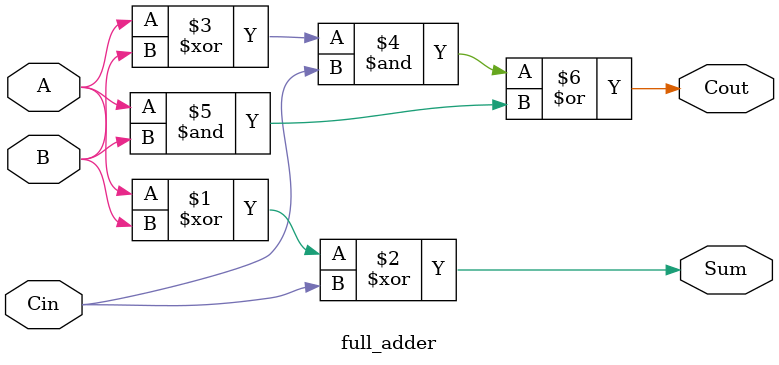
<source format=v>
`timescale 1ns / 1ps


module full_adder_3bit (
  input [2:0] A,
  input [2:0] B,
  output [2:0] Sum,
  output CarryOut
);

  wire [1:0] Sum_2_bits;
  wire CarryOut_2_bits;
  wire x;

  // First stage: Add the least significant bits (LSBs)
  full_adder fa0 (.A(A[0]), .B(B[0]), .Cin(1'b0), .Sum(Sum[0]), .Cout(CarryOut_2_bits));

  // Second stage: Add the two LSB results with the carry-in
  full_adder fa1 (.A(A[1]), .B(B[1]), .Cin(CarryOut_2_bits), .Sum(Sum[1]), .Cout(x));

  // Third stage: Add the carry-out from the second stage to the most significant bits (MSBs)
  full_adder fa2 (.A(A[2]), .B(B[2]), .Cin(x), .Sum(Sum[2]), .Cout(CarryOut));

endmodule

module full_adder (
  input A,
  input B,
  input Cin,
  output Sum,
  output Cout
);

  // Sum bit
  assign Sum = A ^ B ^ Cin;

  // Carry-out bit
  assign Cout = ((A^ B)&Cin)|(A&B);

endmodule


</source>
